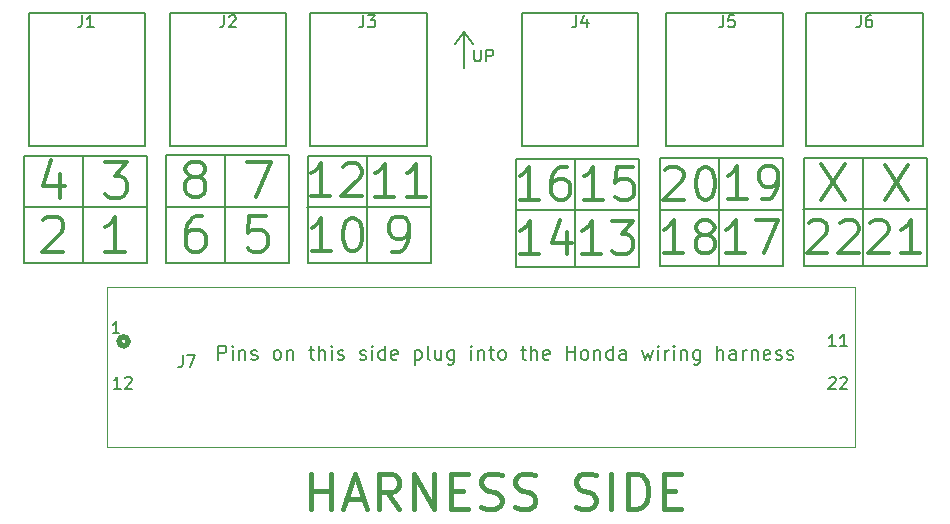
<source format=gto>
G04 #@! TF.GenerationSoftware,KiCad,Pcbnew,6.0.11-2627ca5db0~126~ubuntu22.04.1*
G04 #@! TF.CreationDate,2026-01-10T21:31:22+11:00*
G04 #@! TF.ProjectId,CBR_AdapterBoard,4342525f-4164-4617-9074-6572426f6172,rev?*
G04 #@! TF.SameCoordinates,Original*
G04 #@! TF.FileFunction,Legend,Top*
G04 #@! TF.FilePolarity,Positive*
%FSLAX46Y46*%
G04 Gerber Fmt 4.6, Leading zero omitted, Abs format (unit mm)*
G04 Created by KiCad (PCBNEW 6.0.11-2627ca5db0~126~ubuntu22.04.1) date 2026-01-10 21:31:22*
%MOMM*%
%LPD*%
G01*
G04 APERTURE LIST*
%ADD10C,0.150000*%
%ADD11C,0.200000*%
%ADD12C,0.300000*%
%ADD13C,0.400000*%
%ADD14C,0.120000*%
%ADD15C,0.508000*%
%ADD16C,0.152400*%
G04 APERTURE END LIST*
D10*
X125350000Y-71695000D02*
X135775000Y-71695000D01*
X118437500Y-67295000D02*
X118437500Y-76370000D01*
X113387500Y-71645000D02*
X123812500Y-71645000D01*
X125387500Y-67320000D02*
X135812500Y-67320000D01*
X135812500Y-67320000D02*
X135812500Y-76457500D01*
X135812500Y-76457500D02*
X125387500Y-76457500D01*
X125387500Y-76457500D02*
X125387500Y-67320000D01*
X155225000Y-67520000D02*
X165650000Y-67520000D01*
X165650000Y-67520000D02*
X165650000Y-76657500D01*
X165650000Y-76657500D02*
X155225000Y-76657500D01*
X155225000Y-76657500D02*
X155225000Y-67520000D01*
X155187500Y-71895000D02*
X165612500Y-71895000D01*
D11*
X138619000Y-56864000D02*
X137857000Y-57880000D01*
D10*
X143000000Y-71957500D02*
X153425000Y-71957500D01*
X167387500Y-67507500D02*
X177812500Y-67507500D01*
X177812500Y-67507500D02*
X177812500Y-76645000D01*
X177812500Y-76645000D02*
X167387500Y-76645000D01*
X167387500Y-76645000D02*
X167387500Y-67507500D01*
X106387500Y-67345000D02*
X106387500Y-76420000D01*
X113425000Y-67270000D02*
X123850000Y-67270000D01*
X123850000Y-67270000D02*
X123850000Y-76407500D01*
X123850000Y-76407500D02*
X113425000Y-76407500D01*
X113425000Y-76407500D02*
X113425000Y-67270000D01*
D11*
X138619000Y-56864000D02*
X138619000Y-59912000D01*
D10*
X172400000Y-67532500D02*
X172400000Y-76607500D01*
D11*
X139381000Y-57880000D02*
X138619000Y-56864000D01*
D10*
X160237500Y-67545000D02*
X160237500Y-76620000D01*
X101375000Y-67320000D02*
X111800000Y-67320000D01*
X111800000Y-67320000D02*
X111800000Y-76457500D01*
X111800000Y-76457500D02*
X101375000Y-76457500D01*
X101375000Y-76457500D02*
X101375000Y-67320000D01*
X101337500Y-71695000D02*
X111762500Y-71695000D01*
X148050000Y-67607500D02*
X148050000Y-76682500D01*
X167350000Y-71882500D02*
X177775000Y-71882500D01*
X130400000Y-67345000D02*
X130400000Y-76420000D01*
X143037500Y-67582500D02*
X153462500Y-67582500D01*
X153462500Y-67582500D02*
X153462500Y-76720000D01*
X153462500Y-76720000D02*
X143037500Y-76720000D01*
X143037500Y-76720000D02*
X143037500Y-67582500D01*
D12*
X155616666Y-68553333D02*
X155750000Y-68420000D01*
X156016666Y-68286666D01*
X156683333Y-68286666D01*
X156950000Y-68420000D01*
X157083333Y-68553333D01*
X157216666Y-68820000D01*
X157216666Y-69086666D01*
X157083333Y-69486666D01*
X155483333Y-71086666D01*
X157216666Y-71086666D01*
X158950000Y-68286666D02*
X159216666Y-68286666D01*
X159483333Y-68420000D01*
X159616666Y-68553333D01*
X159750000Y-68820000D01*
X159883333Y-69353333D01*
X159883333Y-70020000D01*
X159750000Y-70553333D01*
X159616666Y-70820000D01*
X159483333Y-70953333D01*
X159216666Y-71086666D01*
X158950000Y-71086666D01*
X158683333Y-70953333D01*
X158550000Y-70820000D01*
X158416666Y-70553333D01*
X158283333Y-70020000D01*
X158283333Y-69353333D01*
X158416666Y-68820000D01*
X158550000Y-68553333D01*
X158683333Y-68420000D01*
X158950000Y-68286666D01*
X127316666Y-70786666D02*
X125716666Y-70786666D01*
X126516666Y-70786666D02*
X126516666Y-67986666D01*
X126250000Y-68386666D01*
X125983333Y-68653333D01*
X125716666Y-68786666D01*
X128383333Y-68253333D02*
X128516666Y-68120000D01*
X128783333Y-67986666D01*
X129450000Y-67986666D01*
X129716666Y-68120000D01*
X129850000Y-68253333D01*
X129983333Y-68520000D01*
X129983333Y-68786666D01*
X129850000Y-69186666D01*
X128250000Y-70786666D01*
X129983333Y-70786666D01*
X127341666Y-75411666D02*
X125741666Y-75411666D01*
X126541666Y-75411666D02*
X126541666Y-72611666D01*
X126275000Y-73011666D01*
X126008333Y-73278333D01*
X125741666Y-73411666D01*
X129075000Y-72611666D02*
X129341666Y-72611666D01*
X129608333Y-72745000D01*
X129741666Y-72878333D01*
X129875000Y-73145000D01*
X130008333Y-73678333D01*
X130008333Y-74345000D01*
X129875000Y-74878333D01*
X129741666Y-75145000D01*
X129608333Y-75278333D01*
X129341666Y-75411666D01*
X129075000Y-75411666D01*
X128808333Y-75278333D01*
X128675000Y-75145000D01*
X128541666Y-74878333D01*
X128408333Y-74345000D01*
X128408333Y-73678333D01*
X128541666Y-73145000D01*
X128675000Y-72878333D01*
X128808333Y-72745000D01*
X129075000Y-72611666D01*
D10*
X139484285Y-58348380D02*
X139484285Y-59157904D01*
X139531904Y-59253142D01*
X139579523Y-59300761D01*
X139674761Y-59348380D01*
X139865238Y-59348380D01*
X139960476Y-59300761D01*
X140008095Y-59253142D01*
X140055714Y-59157904D01*
X140055714Y-58348380D01*
X140531904Y-59348380D02*
X140531904Y-58348380D01*
X140912857Y-58348380D01*
X141008095Y-58396000D01*
X141055714Y-58443619D01*
X141103333Y-58538857D01*
X141103333Y-58681714D01*
X141055714Y-58776952D01*
X141008095Y-58824571D01*
X140912857Y-58872190D01*
X140531904Y-58872190D01*
D12*
X144966666Y-71049166D02*
X143366666Y-71049166D01*
X144166666Y-71049166D02*
X144166666Y-68249166D01*
X143900000Y-68649166D01*
X143633333Y-68915833D01*
X143366666Y-69049166D01*
X147366666Y-68249166D02*
X146833333Y-68249166D01*
X146566666Y-68382500D01*
X146433333Y-68515833D01*
X146166666Y-68915833D01*
X146033333Y-69449166D01*
X146033333Y-70515833D01*
X146166666Y-70782500D01*
X146300000Y-70915833D01*
X146566666Y-71049166D01*
X147100000Y-71049166D01*
X147366666Y-70915833D01*
X147500000Y-70782500D01*
X147633333Y-70515833D01*
X147633333Y-69849166D01*
X147500000Y-69582500D01*
X147366666Y-69449166D01*
X147100000Y-69315833D01*
X146566666Y-69315833D01*
X146300000Y-69449166D01*
X146166666Y-69582500D01*
X146033333Y-69849166D01*
X162554166Y-71011666D02*
X160954166Y-71011666D01*
X161754166Y-71011666D02*
X161754166Y-68211666D01*
X161487500Y-68611666D01*
X161220833Y-68878333D01*
X160954166Y-69011666D01*
X163887500Y-71011666D02*
X164420833Y-71011666D01*
X164687500Y-70878333D01*
X164820833Y-70745000D01*
X165087500Y-70345000D01*
X165220833Y-69811666D01*
X165220833Y-68745000D01*
X165087500Y-68478333D01*
X164954166Y-68345000D01*
X164687500Y-68211666D01*
X164154166Y-68211666D01*
X163887500Y-68345000D01*
X163754166Y-68478333D01*
X163620833Y-68745000D01*
X163620833Y-69411666D01*
X163754166Y-69678333D01*
X163887500Y-69811666D01*
X164154166Y-69945000D01*
X164687500Y-69945000D01*
X164954166Y-69811666D01*
X165087500Y-69678333D01*
X165220833Y-69411666D01*
X162429166Y-75611666D02*
X160829166Y-75611666D01*
X161629166Y-75611666D02*
X161629166Y-72811666D01*
X161362500Y-73211666D01*
X161095833Y-73478333D01*
X160829166Y-73611666D01*
X163362500Y-72811666D02*
X165229166Y-72811666D01*
X164029166Y-75611666D01*
X150366666Y-71074166D02*
X148766666Y-71074166D01*
X149566666Y-71074166D02*
X149566666Y-68274166D01*
X149300000Y-68674166D01*
X149033333Y-68940833D01*
X148766666Y-69074166D01*
X152900000Y-68274166D02*
X151566666Y-68274166D01*
X151433333Y-69607500D01*
X151566666Y-69474166D01*
X151833333Y-69340833D01*
X152500000Y-69340833D01*
X152766666Y-69474166D01*
X152900000Y-69607500D01*
X153033333Y-69874166D01*
X153033333Y-70540833D01*
X152900000Y-70807500D01*
X152766666Y-70940833D01*
X152500000Y-71074166D01*
X151833333Y-71074166D01*
X151566666Y-70940833D01*
X151433333Y-70807500D01*
X120287500Y-67852142D02*
X122287500Y-67852142D01*
X121001785Y-70852142D01*
X116483928Y-72452142D02*
X115912500Y-72452142D01*
X115626785Y-72595000D01*
X115483928Y-72737857D01*
X115198214Y-73166428D01*
X115055357Y-73737857D01*
X115055357Y-74880714D01*
X115198214Y-75166428D01*
X115341071Y-75309285D01*
X115626785Y-75452142D01*
X116198214Y-75452142D01*
X116483928Y-75309285D01*
X116626785Y-75166428D01*
X116769642Y-74880714D01*
X116769642Y-74166428D01*
X116626785Y-73880714D01*
X116483928Y-73737857D01*
X116198214Y-73595000D01*
X115626785Y-73595000D01*
X115341071Y-73737857D01*
X115198214Y-73880714D01*
X115055357Y-74166428D01*
X150241666Y-75674166D02*
X148641666Y-75674166D01*
X149441666Y-75674166D02*
X149441666Y-72874166D01*
X149175000Y-73274166D01*
X148908333Y-73540833D01*
X148641666Y-73674166D01*
X151175000Y-72874166D02*
X152908333Y-72874166D01*
X151975000Y-73940833D01*
X152375000Y-73940833D01*
X152641666Y-74074166D01*
X152775000Y-74207500D01*
X152908333Y-74474166D01*
X152908333Y-75140833D01*
X152775000Y-75407500D01*
X152641666Y-75540833D01*
X152375000Y-75674166D01*
X151575000Y-75674166D01*
X151308333Y-75540833D01*
X151175000Y-75407500D01*
X121876785Y-72452142D02*
X120448214Y-72452142D01*
X120305357Y-73880714D01*
X120448214Y-73737857D01*
X120733928Y-73595000D01*
X121448214Y-73595000D01*
X121733928Y-73737857D01*
X121876785Y-73880714D01*
X122019642Y-74166428D01*
X122019642Y-74880714D01*
X121876785Y-75166428D01*
X121733928Y-75309285D01*
X121448214Y-75452142D01*
X120733928Y-75452142D01*
X120448214Y-75309285D01*
X120305357Y-75166428D01*
X174250000Y-68089642D02*
X176250000Y-71089642D01*
X176250000Y-68089642D02*
X174250000Y-71089642D01*
D13*
X125678571Y-97257142D02*
X125678571Y-94257142D01*
X125678571Y-95685714D02*
X127392857Y-95685714D01*
X127392857Y-97257142D02*
X127392857Y-94257142D01*
X128678571Y-96400000D02*
X130107142Y-96400000D01*
X128392857Y-97257142D02*
X129392857Y-94257142D01*
X130392857Y-97257142D01*
X133107142Y-97257142D02*
X132107142Y-95828571D01*
X131392857Y-97257142D02*
X131392857Y-94257142D01*
X132535714Y-94257142D01*
X132821428Y-94400000D01*
X132964285Y-94542857D01*
X133107142Y-94828571D01*
X133107142Y-95257142D01*
X132964285Y-95542857D01*
X132821428Y-95685714D01*
X132535714Y-95828571D01*
X131392857Y-95828571D01*
X134392857Y-97257142D02*
X134392857Y-94257142D01*
X136107142Y-97257142D01*
X136107142Y-94257142D01*
X137535714Y-95685714D02*
X138535714Y-95685714D01*
X138964285Y-97257142D02*
X137535714Y-97257142D01*
X137535714Y-94257142D01*
X138964285Y-94257142D01*
X140107142Y-97114285D02*
X140535714Y-97257142D01*
X141250000Y-97257142D01*
X141535714Y-97114285D01*
X141678571Y-96971428D01*
X141821428Y-96685714D01*
X141821428Y-96400000D01*
X141678571Y-96114285D01*
X141535714Y-95971428D01*
X141250000Y-95828571D01*
X140678571Y-95685714D01*
X140392857Y-95542857D01*
X140250000Y-95400000D01*
X140107142Y-95114285D01*
X140107142Y-94828571D01*
X140250000Y-94542857D01*
X140392857Y-94400000D01*
X140678571Y-94257142D01*
X141392857Y-94257142D01*
X141821428Y-94400000D01*
X142964285Y-97114285D02*
X143392857Y-97257142D01*
X144107142Y-97257142D01*
X144392857Y-97114285D01*
X144535714Y-96971428D01*
X144678571Y-96685714D01*
X144678571Y-96400000D01*
X144535714Y-96114285D01*
X144392857Y-95971428D01*
X144107142Y-95828571D01*
X143535714Y-95685714D01*
X143250000Y-95542857D01*
X143107142Y-95400000D01*
X142964285Y-95114285D01*
X142964285Y-94828571D01*
X143107142Y-94542857D01*
X143250000Y-94400000D01*
X143535714Y-94257142D01*
X144250000Y-94257142D01*
X144678571Y-94400000D01*
X148107142Y-97114285D02*
X148535714Y-97257142D01*
X149250000Y-97257142D01*
X149535714Y-97114285D01*
X149678571Y-96971428D01*
X149821428Y-96685714D01*
X149821428Y-96400000D01*
X149678571Y-96114285D01*
X149535714Y-95971428D01*
X149250000Y-95828571D01*
X148678571Y-95685714D01*
X148392857Y-95542857D01*
X148250000Y-95400000D01*
X148107142Y-95114285D01*
X148107142Y-94828571D01*
X148250000Y-94542857D01*
X148392857Y-94400000D01*
X148678571Y-94257142D01*
X149392857Y-94257142D01*
X149821428Y-94400000D01*
X151107142Y-97257142D02*
X151107142Y-94257142D01*
X152535714Y-97257142D02*
X152535714Y-94257142D01*
X153250000Y-94257142D01*
X153678571Y-94400000D01*
X153964285Y-94685714D01*
X154107142Y-94971428D01*
X154250000Y-95542857D01*
X154250000Y-95971428D01*
X154107142Y-96542857D01*
X153964285Y-96828571D01*
X153678571Y-97114285D01*
X153250000Y-97257142D01*
X152535714Y-97257142D01*
X155535714Y-95685714D02*
X156535714Y-95685714D01*
X156964285Y-97257142D02*
X155535714Y-97257142D01*
X155535714Y-94257142D01*
X156964285Y-94257142D01*
D12*
X172991666Y-73065833D02*
X173125000Y-72932500D01*
X173391666Y-72799166D01*
X174058333Y-72799166D01*
X174325000Y-72932500D01*
X174458333Y-73065833D01*
X174591666Y-73332500D01*
X174591666Y-73599166D01*
X174458333Y-73999166D01*
X172858333Y-75599166D01*
X174591666Y-75599166D01*
X177258333Y-75599166D02*
X175658333Y-75599166D01*
X176458333Y-75599166D02*
X176458333Y-72799166D01*
X176191666Y-73199166D01*
X175925000Y-73465833D01*
X175658333Y-73599166D01*
D10*
X117835714Y-84612857D02*
X117835714Y-83412857D01*
X118292857Y-83412857D01*
X118407142Y-83470000D01*
X118464285Y-83527142D01*
X118521428Y-83641428D01*
X118521428Y-83812857D01*
X118464285Y-83927142D01*
X118407142Y-83984285D01*
X118292857Y-84041428D01*
X117835714Y-84041428D01*
X119035714Y-84612857D02*
X119035714Y-83812857D01*
X119035714Y-83412857D02*
X118978571Y-83470000D01*
X119035714Y-83527142D01*
X119092857Y-83470000D01*
X119035714Y-83412857D01*
X119035714Y-83527142D01*
X119607142Y-83812857D02*
X119607142Y-84612857D01*
X119607142Y-83927142D02*
X119664285Y-83870000D01*
X119778571Y-83812857D01*
X119950000Y-83812857D01*
X120064285Y-83870000D01*
X120121428Y-83984285D01*
X120121428Y-84612857D01*
X120635714Y-84555714D02*
X120750000Y-84612857D01*
X120978571Y-84612857D01*
X121092857Y-84555714D01*
X121150000Y-84441428D01*
X121150000Y-84384285D01*
X121092857Y-84270000D01*
X120978571Y-84212857D01*
X120807142Y-84212857D01*
X120692857Y-84155714D01*
X120635714Y-84041428D01*
X120635714Y-83984285D01*
X120692857Y-83870000D01*
X120807142Y-83812857D01*
X120978571Y-83812857D01*
X121092857Y-83870000D01*
X122750000Y-84612857D02*
X122635714Y-84555714D01*
X122578571Y-84498571D01*
X122521428Y-84384285D01*
X122521428Y-84041428D01*
X122578571Y-83927142D01*
X122635714Y-83870000D01*
X122750000Y-83812857D01*
X122921428Y-83812857D01*
X123035714Y-83870000D01*
X123092857Y-83927142D01*
X123150000Y-84041428D01*
X123150000Y-84384285D01*
X123092857Y-84498571D01*
X123035714Y-84555714D01*
X122921428Y-84612857D01*
X122750000Y-84612857D01*
X123664285Y-83812857D02*
X123664285Y-84612857D01*
X123664285Y-83927142D02*
X123721428Y-83870000D01*
X123835714Y-83812857D01*
X124007142Y-83812857D01*
X124121428Y-83870000D01*
X124178571Y-83984285D01*
X124178571Y-84612857D01*
X125492857Y-83812857D02*
X125950000Y-83812857D01*
X125664285Y-83412857D02*
X125664285Y-84441428D01*
X125721428Y-84555714D01*
X125835714Y-84612857D01*
X125950000Y-84612857D01*
X126350000Y-84612857D02*
X126350000Y-83412857D01*
X126864285Y-84612857D02*
X126864285Y-83984285D01*
X126807142Y-83870000D01*
X126692857Y-83812857D01*
X126521428Y-83812857D01*
X126407142Y-83870000D01*
X126350000Y-83927142D01*
X127435714Y-84612857D02*
X127435714Y-83812857D01*
X127435714Y-83412857D02*
X127378571Y-83470000D01*
X127435714Y-83527142D01*
X127492857Y-83470000D01*
X127435714Y-83412857D01*
X127435714Y-83527142D01*
X127950000Y-84555714D02*
X128064285Y-84612857D01*
X128292857Y-84612857D01*
X128407142Y-84555714D01*
X128464285Y-84441428D01*
X128464285Y-84384285D01*
X128407142Y-84270000D01*
X128292857Y-84212857D01*
X128121428Y-84212857D01*
X128007142Y-84155714D01*
X127950000Y-84041428D01*
X127950000Y-83984285D01*
X128007142Y-83870000D01*
X128121428Y-83812857D01*
X128292857Y-83812857D01*
X128407142Y-83870000D01*
X129835714Y-84555714D02*
X129950000Y-84612857D01*
X130178571Y-84612857D01*
X130292857Y-84555714D01*
X130350000Y-84441428D01*
X130350000Y-84384285D01*
X130292857Y-84270000D01*
X130178571Y-84212857D01*
X130007142Y-84212857D01*
X129892857Y-84155714D01*
X129835714Y-84041428D01*
X129835714Y-83984285D01*
X129892857Y-83870000D01*
X130007142Y-83812857D01*
X130178571Y-83812857D01*
X130292857Y-83870000D01*
X130864285Y-84612857D02*
X130864285Y-83812857D01*
X130864285Y-83412857D02*
X130807142Y-83470000D01*
X130864285Y-83527142D01*
X130921428Y-83470000D01*
X130864285Y-83412857D01*
X130864285Y-83527142D01*
X131950000Y-84612857D02*
X131950000Y-83412857D01*
X131950000Y-84555714D02*
X131835714Y-84612857D01*
X131607142Y-84612857D01*
X131492857Y-84555714D01*
X131435714Y-84498571D01*
X131378571Y-84384285D01*
X131378571Y-84041428D01*
X131435714Y-83927142D01*
X131492857Y-83870000D01*
X131607142Y-83812857D01*
X131835714Y-83812857D01*
X131950000Y-83870000D01*
X132978571Y-84555714D02*
X132864285Y-84612857D01*
X132635714Y-84612857D01*
X132521428Y-84555714D01*
X132464285Y-84441428D01*
X132464285Y-83984285D01*
X132521428Y-83870000D01*
X132635714Y-83812857D01*
X132864285Y-83812857D01*
X132978571Y-83870000D01*
X133035714Y-83984285D01*
X133035714Y-84098571D01*
X132464285Y-84212857D01*
X134464285Y-83812857D02*
X134464285Y-85012857D01*
X134464285Y-83870000D02*
X134578571Y-83812857D01*
X134807142Y-83812857D01*
X134921428Y-83870000D01*
X134978571Y-83927142D01*
X135035714Y-84041428D01*
X135035714Y-84384285D01*
X134978571Y-84498571D01*
X134921428Y-84555714D01*
X134807142Y-84612857D01*
X134578571Y-84612857D01*
X134464285Y-84555714D01*
X135721428Y-84612857D02*
X135607142Y-84555714D01*
X135550000Y-84441428D01*
X135550000Y-83412857D01*
X136692857Y-83812857D02*
X136692857Y-84612857D01*
X136178571Y-83812857D02*
X136178571Y-84441428D01*
X136235714Y-84555714D01*
X136350000Y-84612857D01*
X136521428Y-84612857D01*
X136635714Y-84555714D01*
X136692857Y-84498571D01*
X137778571Y-83812857D02*
X137778571Y-84784285D01*
X137721428Y-84898571D01*
X137664285Y-84955714D01*
X137550000Y-85012857D01*
X137378571Y-85012857D01*
X137264285Y-84955714D01*
X137778571Y-84555714D02*
X137664285Y-84612857D01*
X137435714Y-84612857D01*
X137321428Y-84555714D01*
X137264285Y-84498571D01*
X137207142Y-84384285D01*
X137207142Y-84041428D01*
X137264285Y-83927142D01*
X137321428Y-83870000D01*
X137435714Y-83812857D01*
X137664285Y-83812857D01*
X137778571Y-83870000D01*
X139264285Y-84612857D02*
X139264285Y-83812857D01*
X139264285Y-83412857D02*
X139207142Y-83470000D01*
X139264285Y-83527142D01*
X139321428Y-83470000D01*
X139264285Y-83412857D01*
X139264285Y-83527142D01*
X139835714Y-83812857D02*
X139835714Y-84612857D01*
X139835714Y-83927142D02*
X139892857Y-83870000D01*
X140007142Y-83812857D01*
X140178571Y-83812857D01*
X140292857Y-83870000D01*
X140350000Y-83984285D01*
X140350000Y-84612857D01*
X140750000Y-83812857D02*
X141207142Y-83812857D01*
X140921428Y-83412857D02*
X140921428Y-84441428D01*
X140978571Y-84555714D01*
X141092857Y-84612857D01*
X141207142Y-84612857D01*
X141778571Y-84612857D02*
X141664285Y-84555714D01*
X141607142Y-84498571D01*
X141550000Y-84384285D01*
X141550000Y-84041428D01*
X141607142Y-83927142D01*
X141664285Y-83870000D01*
X141778571Y-83812857D01*
X141950000Y-83812857D01*
X142064285Y-83870000D01*
X142121428Y-83927142D01*
X142178571Y-84041428D01*
X142178571Y-84384285D01*
X142121428Y-84498571D01*
X142064285Y-84555714D01*
X141950000Y-84612857D01*
X141778571Y-84612857D01*
X143435714Y-83812857D02*
X143892857Y-83812857D01*
X143607142Y-83412857D02*
X143607142Y-84441428D01*
X143664285Y-84555714D01*
X143778571Y-84612857D01*
X143892857Y-84612857D01*
X144292857Y-84612857D02*
X144292857Y-83412857D01*
X144807142Y-84612857D02*
X144807142Y-83984285D01*
X144750000Y-83870000D01*
X144635714Y-83812857D01*
X144464285Y-83812857D01*
X144350000Y-83870000D01*
X144292857Y-83927142D01*
X145835714Y-84555714D02*
X145721428Y-84612857D01*
X145492857Y-84612857D01*
X145378571Y-84555714D01*
X145321428Y-84441428D01*
X145321428Y-83984285D01*
X145378571Y-83870000D01*
X145492857Y-83812857D01*
X145721428Y-83812857D01*
X145835714Y-83870000D01*
X145892857Y-83984285D01*
X145892857Y-84098571D01*
X145321428Y-84212857D01*
X147321428Y-84612857D02*
X147321428Y-83412857D01*
X147321428Y-83984285D02*
X148007142Y-83984285D01*
X148007142Y-84612857D02*
X148007142Y-83412857D01*
X148750000Y-84612857D02*
X148635714Y-84555714D01*
X148578571Y-84498571D01*
X148521428Y-84384285D01*
X148521428Y-84041428D01*
X148578571Y-83927142D01*
X148635714Y-83870000D01*
X148750000Y-83812857D01*
X148921428Y-83812857D01*
X149035714Y-83870000D01*
X149092857Y-83927142D01*
X149150000Y-84041428D01*
X149150000Y-84384285D01*
X149092857Y-84498571D01*
X149035714Y-84555714D01*
X148921428Y-84612857D01*
X148750000Y-84612857D01*
X149664285Y-83812857D02*
X149664285Y-84612857D01*
X149664285Y-83927142D02*
X149721428Y-83870000D01*
X149835714Y-83812857D01*
X150007142Y-83812857D01*
X150121428Y-83870000D01*
X150178571Y-83984285D01*
X150178571Y-84612857D01*
X151264285Y-84612857D02*
X151264285Y-83412857D01*
X151264285Y-84555714D02*
X151150000Y-84612857D01*
X150921428Y-84612857D01*
X150807142Y-84555714D01*
X150750000Y-84498571D01*
X150692857Y-84384285D01*
X150692857Y-84041428D01*
X150750000Y-83927142D01*
X150807142Y-83870000D01*
X150921428Y-83812857D01*
X151150000Y-83812857D01*
X151264285Y-83870000D01*
X152350000Y-84612857D02*
X152350000Y-83984285D01*
X152292857Y-83870000D01*
X152178571Y-83812857D01*
X151950000Y-83812857D01*
X151835714Y-83870000D01*
X152350000Y-84555714D02*
X152235714Y-84612857D01*
X151950000Y-84612857D01*
X151835714Y-84555714D01*
X151778571Y-84441428D01*
X151778571Y-84327142D01*
X151835714Y-84212857D01*
X151950000Y-84155714D01*
X152235714Y-84155714D01*
X152350000Y-84098571D01*
X153721428Y-83812857D02*
X153950000Y-84612857D01*
X154178571Y-84041428D01*
X154407142Y-84612857D01*
X154635714Y-83812857D01*
X155092857Y-84612857D02*
X155092857Y-83812857D01*
X155092857Y-83412857D02*
X155035714Y-83470000D01*
X155092857Y-83527142D01*
X155150000Y-83470000D01*
X155092857Y-83412857D01*
X155092857Y-83527142D01*
X155664285Y-84612857D02*
X155664285Y-83812857D01*
X155664285Y-84041428D02*
X155721428Y-83927142D01*
X155778571Y-83870000D01*
X155892857Y-83812857D01*
X156007142Y-83812857D01*
X156407142Y-84612857D02*
X156407142Y-83812857D01*
X156407142Y-83412857D02*
X156350000Y-83470000D01*
X156407142Y-83527142D01*
X156464285Y-83470000D01*
X156407142Y-83412857D01*
X156407142Y-83527142D01*
X156978571Y-83812857D02*
X156978571Y-84612857D01*
X156978571Y-83927142D02*
X157035714Y-83870000D01*
X157150000Y-83812857D01*
X157321428Y-83812857D01*
X157435714Y-83870000D01*
X157492857Y-83984285D01*
X157492857Y-84612857D01*
X158578571Y-83812857D02*
X158578571Y-84784285D01*
X158521428Y-84898571D01*
X158464285Y-84955714D01*
X158350000Y-85012857D01*
X158178571Y-85012857D01*
X158064285Y-84955714D01*
X158578571Y-84555714D02*
X158464285Y-84612857D01*
X158235714Y-84612857D01*
X158121428Y-84555714D01*
X158064285Y-84498571D01*
X158007142Y-84384285D01*
X158007142Y-84041428D01*
X158064285Y-83927142D01*
X158121428Y-83870000D01*
X158235714Y-83812857D01*
X158464285Y-83812857D01*
X158578571Y-83870000D01*
X160064285Y-84612857D02*
X160064285Y-83412857D01*
X160578571Y-84612857D02*
X160578571Y-83984285D01*
X160521428Y-83870000D01*
X160407142Y-83812857D01*
X160235714Y-83812857D01*
X160121428Y-83870000D01*
X160064285Y-83927142D01*
X161664285Y-84612857D02*
X161664285Y-83984285D01*
X161607142Y-83870000D01*
X161492857Y-83812857D01*
X161264285Y-83812857D01*
X161150000Y-83870000D01*
X161664285Y-84555714D02*
X161550000Y-84612857D01*
X161264285Y-84612857D01*
X161150000Y-84555714D01*
X161092857Y-84441428D01*
X161092857Y-84327142D01*
X161150000Y-84212857D01*
X161264285Y-84155714D01*
X161550000Y-84155714D01*
X161664285Y-84098571D01*
X162235714Y-84612857D02*
X162235714Y-83812857D01*
X162235714Y-84041428D02*
X162292857Y-83927142D01*
X162350000Y-83870000D01*
X162464285Y-83812857D01*
X162578571Y-83812857D01*
X162978571Y-83812857D02*
X162978571Y-84612857D01*
X162978571Y-83927142D02*
X163035714Y-83870000D01*
X163150000Y-83812857D01*
X163321428Y-83812857D01*
X163435714Y-83870000D01*
X163492857Y-83984285D01*
X163492857Y-84612857D01*
X164521428Y-84555714D02*
X164407142Y-84612857D01*
X164178571Y-84612857D01*
X164064285Y-84555714D01*
X164007142Y-84441428D01*
X164007142Y-83984285D01*
X164064285Y-83870000D01*
X164178571Y-83812857D01*
X164407142Y-83812857D01*
X164521428Y-83870000D01*
X164578571Y-83984285D01*
X164578571Y-84098571D01*
X164007142Y-84212857D01*
X165035714Y-84555714D02*
X165150000Y-84612857D01*
X165378571Y-84612857D01*
X165492857Y-84555714D01*
X165550000Y-84441428D01*
X165550000Y-84384285D01*
X165492857Y-84270000D01*
X165378571Y-84212857D01*
X165207142Y-84212857D01*
X165092857Y-84155714D01*
X165035714Y-84041428D01*
X165035714Y-83984285D01*
X165092857Y-83870000D01*
X165207142Y-83812857D01*
X165378571Y-83812857D01*
X165492857Y-83870000D01*
X166007142Y-84555714D02*
X166121428Y-84612857D01*
X166350000Y-84612857D01*
X166464285Y-84555714D01*
X166521428Y-84441428D01*
X166521428Y-84384285D01*
X166464285Y-84270000D01*
X166350000Y-84212857D01*
X166178571Y-84212857D01*
X166064285Y-84155714D01*
X166007142Y-84041428D01*
X166007142Y-83984285D01*
X166064285Y-83870000D01*
X166178571Y-83812857D01*
X166350000Y-83812857D01*
X166464285Y-83870000D01*
D12*
X144991666Y-75674166D02*
X143391666Y-75674166D01*
X144191666Y-75674166D02*
X144191666Y-72874166D01*
X143925000Y-73274166D01*
X143658333Y-73540833D01*
X143391666Y-73674166D01*
X147391666Y-73807500D02*
X147391666Y-75674166D01*
X146725000Y-72740833D02*
X146058333Y-74740833D01*
X147791666Y-74740833D01*
X157179166Y-75611666D02*
X155579166Y-75611666D01*
X156379166Y-75611666D02*
X156379166Y-72811666D01*
X156112500Y-73211666D01*
X155845833Y-73478333D01*
X155579166Y-73611666D01*
X158779166Y-74011666D02*
X158512500Y-73878333D01*
X158379166Y-73745000D01*
X158245833Y-73478333D01*
X158245833Y-73345000D01*
X158379166Y-73078333D01*
X158512500Y-72945000D01*
X158779166Y-72811666D01*
X159312500Y-72811666D01*
X159579166Y-72945000D01*
X159712500Y-73078333D01*
X159845833Y-73345000D01*
X159845833Y-73478333D01*
X159712500Y-73745000D01*
X159579166Y-73878333D01*
X159312500Y-74011666D01*
X158779166Y-74011666D01*
X158512500Y-74145000D01*
X158379166Y-74278333D01*
X158245833Y-74545000D01*
X158245833Y-75078333D01*
X158379166Y-75345000D01*
X158512500Y-75478333D01*
X158779166Y-75611666D01*
X159312500Y-75611666D01*
X159579166Y-75478333D01*
X159712500Y-75345000D01*
X159845833Y-75078333D01*
X159845833Y-74545000D01*
X159712500Y-74278333D01*
X159579166Y-74145000D01*
X159312500Y-74011666D01*
D10*
X109455714Y-82342380D02*
X108884285Y-82342380D01*
X109170000Y-82342380D02*
X109170000Y-81342380D01*
X109074761Y-81485238D01*
X108979523Y-81580476D01*
X108884285Y-81628095D01*
D12*
X167804166Y-73065833D02*
X167937500Y-72932500D01*
X168204166Y-72799166D01*
X168870833Y-72799166D01*
X169137500Y-72932500D01*
X169270833Y-73065833D01*
X169404166Y-73332500D01*
X169404166Y-73599166D01*
X169270833Y-73999166D01*
X167670833Y-75599166D01*
X169404166Y-75599166D01*
X170470833Y-73065833D02*
X170604166Y-72932500D01*
X170870833Y-72799166D01*
X171537500Y-72799166D01*
X171804166Y-72932500D01*
X171937500Y-73065833D01*
X172070833Y-73332500D01*
X172070833Y-73599166D01*
X171937500Y-73999166D01*
X170337500Y-75599166D01*
X172070833Y-75599166D01*
X132553571Y-75502142D02*
X133125000Y-75502142D01*
X133410714Y-75359285D01*
X133553571Y-75216428D01*
X133839285Y-74787857D01*
X133982142Y-74216428D01*
X133982142Y-73073571D01*
X133839285Y-72787857D01*
X133696428Y-72645000D01*
X133410714Y-72502142D01*
X132839285Y-72502142D01*
X132553571Y-72645000D01*
X132410714Y-72787857D01*
X132267857Y-73073571D01*
X132267857Y-73787857D01*
X132410714Y-74073571D01*
X132553571Y-74216428D01*
X132839285Y-74359285D01*
X133410714Y-74359285D01*
X133696428Y-74216428D01*
X133839285Y-74073571D01*
X133982142Y-73787857D01*
X132716666Y-70811666D02*
X131116666Y-70811666D01*
X131916666Y-70811666D02*
X131916666Y-68011666D01*
X131650000Y-68411666D01*
X131383333Y-68678333D01*
X131116666Y-68811666D01*
X135383333Y-70811666D02*
X133783333Y-70811666D01*
X134583333Y-70811666D02*
X134583333Y-68011666D01*
X134316666Y-68411666D01*
X134050000Y-68678333D01*
X133783333Y-68811666D01*
X109969642Y-75502142D02*
X108255357Y-75502142D01*
X109112500Y-75502142D02*
X109112500Y-72502142D01*
X108826785Y-72930714D01*
X108541071Y-73216428D01*
X108255357Y-73359285D01*
X108237500Y-67902142D02*
X110094642Y-67902142D01*
X109094642Y-69045000D01*
X109523214Y-69045000D01*
X109808928Y-69187857D01*
X109951785Y-69330714D01*
X110094642Y-69616428D01*
X110094642Y-70330714D01*
X109951785Y-70616428D01*
X109808928Y-70759285D01*
X109523214Y-70902142D01*
X108666071Y-70902142D01*
X108380357Y-70759285D01*
X108237500Y-70616428D01*
X103005357Y-72787857D02*
X103148214Y-72645000D01*
X103433928Y-72502142D01*
X104148214Y-72502142D01*
X104433928Y-72645000D01*
X104576785Y-72787857D01*
X104719642Y-73073571D01*
X104719642Y-73359285D01*
X104576785Y-73787857D01*
X102862500Y-75502142D01*
X104719642Y-75502142D01*
D10*
X169538095Y-86167619D02*
X169585714Y-86120000D01*
X169680952Y-86072380D01*
X169919047Y-86072380D01*
X170014285Y-86120000D01*
X170061904Y-86167619D01*
X170109523Y-86262857D01*
X170109523Y-86358095D01*
X170061904Y-86500952D01*
X169490476Y-87072380D01*
X170109523Y-87072380D01*
X170490476Y-86167619D02*
X170538095Y-86120000D01*
X170633333Y-86072380D01*
X170871428Y-86072380D01*
X170966666Y-86120000D01*
X171014285Y-86167619D01*
X171061904Y-86262857D01*
X171061904Y-86358095D01*
X171014285Y-86500952D01*
X170442857Y-87072380D01*
X171061904Y-87072380D01*
D12*
X168850000Y-68064642D02*
X170850000Y-71064642D01*
X170850000Y-68064642D02*
X168850000Y-71064642D01*
X115601785Y-69112857D02*
X115316071Y-68970000D01*
X115173214Y-68827142D01*
X115030357Y-68541428D01*
X115030357Y-68398571D01*
X115173214Y-68112857D01*
X115316071Y-67970000D01*
X115601785Y-67827142D01*
X116173214Y-67827142D01*
X116458928Y-67970000D01*
X116601785Y-68112857D01*
X116744642Y-68398571D01*
X116744642Y-68541428D01*
X116601785Y-68827142D01*
X116458928Y-68970000D01*
X116173214Y-69112857D01*
X115601785Y-69112857D01*
X115316071Y-69255714D01*
X115173214Y-69398571D01*
X115030357Y-69684285D01*
X115030357Y-70255714D01*
X115173214Y-70541428D01*
X115316071Y-70684285D01*
X115601785Y-70827142D01*
X116173214Y-70827142D01*
X116458928Y-70684285D01*
X116601785Y-70541428D01*
X116744642Y-70255714D01*
X116744642Y-69684285D01*
X116601785Y-69398571D01*
X116458928Y-69255714D01*
X116173214Y-69112857D01*
X104408928Y-68877142D02*
X104408928Y-70877142D01*
X103694642Y-67734285D02*
X102980357Y-69877142D01*
X104837500Y-69877142D01*
D10*
X109559523Y-87047380D02*
X108988095Y-87047380D01*
X109273809Y-87047380D02*
X109273809Y-86047380D01*
X109178571Y-86190238D01*
X109083333Y-86285476D01*
X108988095Y-86333095D01*
X109940476Y-86142619D02*
X109988095Y-86095000D01*
X110083333Y-86047380D01*
X110321428Y-86047380D01*
X110416666Y-86095000D01*
X110464285Y-86142619D01*
X110511904Y-86237857D01*
X110511904Y-86333095D01*
X110464285Y-86475952D01*
X109892857Y-87047380D01*
X110511904Y-87047380D01*
X170099523Y-83452380D02*
X169528095Y-83452380D01*
X169813809Y-83452380D02*
X169813809Y-82452380D01*
X169718571Y-82595238D01*
X169623333Y-82690476D01*
X169528095Y-82738095D01*
X171051904Y-83452380D02*
X170480476Y-83452380D01*
X170766190Y-83452380D02*
X170766190Y-82452380D01*
X170670952Y-82595238D01*
X170575714Y-82690476D01*
X170480476Y-82738095D01*
X114801666Y-84242380D02*
X114801666Y-84956666D01*
X114754047Y-85099523D01*
X114658809Y-85194761D01*
X114515952Y-85242380D01*
X114420714Y-85242380D01*
X115182619Y-84242380D02*
X115849285Y-84242380D01*
X115420714Y-85242380D01*
X106291666Y-55452380D02*
X106291666Y-56166666D01*
X106244047Y-56309523D01*
X106148809Y-56404761D01*
X106005952Y-56452380D01*
X105910714Y-56452380D01*
X107291666Y-56452380D02*
X106720238Y-56452380D01*
X107005952Y-56452380D02*
X107005952Y-55452380D01*
X106910714Y-55595238D01*
X106815476Y-55690476D01*
X106720238Y-55738095D01*
X148141666Y-55452380D02*
X148141666Y-56166666D01*
X148094047Y-56309523D01*
X147998809Y-56404761D01*
X147855952Y-56452380D01*
X147760714Y-56452380D01*
X149046428Y-55785714D02*
X149046428Y-56452380D01*
X148808333Y-55404761D02*
X148570238Y-56119047D01*
X149189285Y-56119047D01*
X130116666Y-55452380D02*
X130116666Y-56166666D01*
X130069047Y-56309523D01*
X129973809Y-56404761D01*
X129830952Y-56452380D01*
X129735714Y-56452380D01*
X130497619Y-55452380D02*
X131116666Y-55452380D01*
X130783333Y-55833333D01*
X130926190Y-55833333D01*
X131021428Y-55880952D01*
X131069047Y-55928571D01*
X131116666Y-56023809D01*
X131116666Y-56261904D01*
X131069047Y-56357142D01*
X131021428Y-56404761D01*
X130926190Y-56452380D01*
X130640476Y-56452380D01*
X130545238Y-56404761D01*
X130497619Y-56357142D01*
X118316666Y-55452380D02*
X118316666Y-56166666D01*
X118269047Y-56309523D01*
X118173809Y-56404761D01*
X118030952Y-56452380D01*
X117935714Y-56452380D01*
X118745238Y-55547619D02*
X118792857Y-55500000D01*
X118888095Y-55452380D01*
X119126190Y-55452380D01*
X119221428Y-55500000D01*
X119269047Y-55547619D01*
X119316666Y-55642857D01*
X119316666Y-55738095D01*
X119269047Y-55880952D01*
X118697619Y-56452380D01*
X119316666Y-56452380D01*
X160576666Y-55452380D02*
X160576666Y-56166666D01*
X160529047Y-56309523D01*
X160433809Y-56404761D01*
X160290952Y-56452380D01*
X160195714Y-56452380D01*
X161529047Y-55452380D02*
X161052857Y-55452380D01*
X161005238Y-55928571D01*
X161052857Y-55880952D01*
X161148095Y-55833333D01*
X161386190Y-55833333D01*
X161481428Y-55880952D01*
X161529047Y-55928571D01*
X161576666Y-56023809D01*
X161576666Y-56261904D01*
X161529047Y-56357142D01*
X161481428Y-56404761D01*
X161386190Y-56452380D01*
X161148095Y-56452380D01*
X161052857Y-56404761D01*
X161005238Y-56357142D01*
X172216666Y-55452380D02*
X172216666Y-56166666D01*
X172169047Y-56309523D01*
X172073809Y-56404761D01*
X171930952Y-56452380D01*
X171835714Y-56452380D01*
X173121428Y-55452380D02*
X172930952Y-55452380D01*
X172835714Y-55500000D01*
X172788095Y-55547619D01*
X172692857Y-55690476D01*
X172645238Y-55880952D01*
X172645238Y-56261904D01*
X172692857Y-56357142D01*
X172740476Y-56404761D01*
X172835714Y-56452380D01*
X173026190Y-56452380D01*
X173121428Y-56404761D01*
X173169047Y-56357142D01*
X173216666Y-56261904D01*
X173216666Y-56023809D01*
X173169047Y-55928571D01*
X173121428Y-55880952D01*
X173026190Y-55833333D01*
X172835714Y-55833333D01*
X172740476Y-55880952D01*
X172692857Y-55928571D01*
X172645238Y-56023809D01*
D14*
X108425000Y-78470000D02*
X171715000Y-78470000D01*
X171715000Y-78470000D02*
X171715000Y-91970000D01*
X171715000Y-91970000D02*
X108425000Y-91970000D01*
X108425000Y-91970000D02*
X108425000Y-78470000D01*
D15*
X110195000Y-83050000D02*
G75*
G03*
X110195000Y-83050000I-381000J0D01*
G01*
D16*
X101772400Y-55243054D02*
X101772400Y-66546054D01*
X111627600Y-55243054D02*
X101772400Y-55243054D01*
X111627600Y-66546054D02*
X111627600Y-55243054D01*
X101772400Y-66546054D02*
X111627600Y-66546054D01*
X143547400Y-66546054D02*
X153402600Y-66546054D01*
X143547400Y-55243054D02*
X143547400Y-66546054D01*
X153402600Y-66546054D02*
X153402600Y-55243054D01*
X153402600Y-55243054D02*
X143547400Y-55243054D01*
X125622400Y-66546054D02*
X135477600Y-66546054D01*
X125622400Y-55243054D02*
X125622400Y-66546054D01*
X135477600Y-55243054D02*
X125622400Y-55243054D01*
X135477600Y-66546054D02*
X135477600Y-55243054D01*
X113722400Y-66546054D02*
X123577600Y-66546054D01*
X113722400Y-55243054D02*
X113722400Y-66546054D01*
X123577600Y-66546054D02*
X123577600Y-55243054D01*
X123577600Y-55243054D02*
X113722400Y-55243054D01*
X165627600Y-66546054D02*
X165627600Y-55243054D01*
X155772400Y-55243054D02*
X155772400Y-66546054D01*
X155772400Y-66546054D02*
X165627600Y-66546054D01*
X165627600Y-55243054D02*
X155772400Y-55243054D01*
X177477600Y-66546054D02*
X177477600Y-55243054D01*
X167622400Y-66546054D02*
X177477600Y-66546054D01*
X177477600Y-55243054D02*
X167622400Y-55243054D01*
X167622400Y-55243054D02*
X167622400Y-66546054D01*
M02*

</source>
